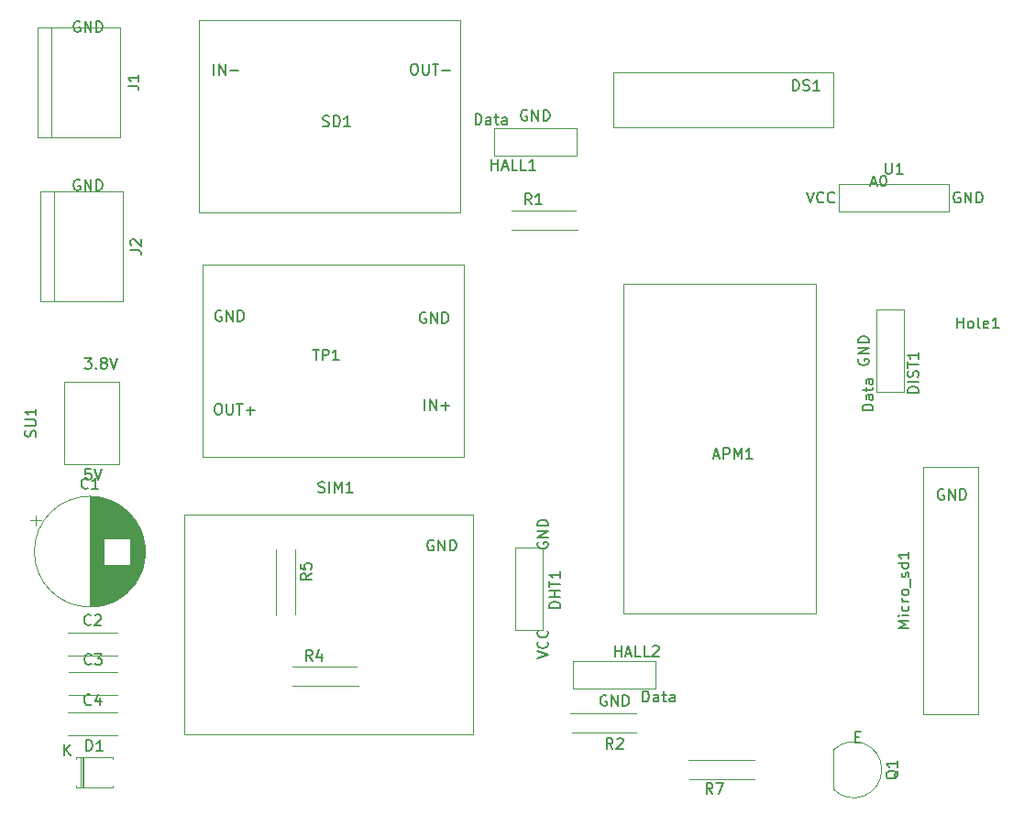
<source format=gbr>
G04 #@! TF.GenerationSoftware,KiCad,Pcbnew,(5.1.4)-1*
G04 #@! TF.CreationDate,2020-02-13T11:16:56-05:00*
G04 #@! TF.ProjectId,DoubLayerSim,446f7562-4c61-4796-9572-53696d2e6b69,rev?*
G04 #@! TF.SameCoordinates,Original*
G04 #@! TF.FileFunction,Legend,Top*
G04 #@! TF.FilePolarity,Positive*
%FSLAX46Y46*%
G04 Gerber Fmt 4.6, Leading zero omitted, Abs format (unit mm)*
G04 Created by KiCad (PCBNEW (5.1.4)-1) date 2020-02-13 11:16:56*
%MOMM*%
%LPD*%
G04 APERTURE LIST*
%ADD10C,0.150000*%
%ADD11C,0.120000*%
G04 APERTURE END LIST*
D10*
X193181314Y-113314171D02*
X193514647Y-113314171D01*
X193657504Y-113837980D02*
X193181314Y-113837980D01*
X193181314Y-112837980D01*
X193657504Y-112837980D01*
X201295095Y-90432000D02*
X201199857Y-90384380D01*
X201057000Y-90384380D01*
X200914142Y-90432000D01*
X200818904Y-90527238D01*
X200771285Y-90622476D01*
X200723666Y-90812952D01*
X200723666Y-90955809D01*
X200771285Y-91146285D01*
X200818904Y-91241523D01*
X200914142Y-91336761D01*
X201057000Y-91384380D01*
X201152238Y-91384380D01*
X201295095Y-91336761D01*
X201342714Y-91289142D01*
X201342714Y-90955809D01*
X201152238Y-90955809D01*
X201771285Y-91384380D02*
X201771285Y-90384380D01*
X202342714Y-91384380D01*
X202342714Y-90384380D01*
X202818904Y-91384380D02*
X202818904Y-90384380D01*
X203057000Y-90384380D01*
X203199857Y-90432000D01*
X203295095Y-90527238D01*
X203342714Y-90622476D01*
X203390333Y-90812952D01*
X203390333Y-90955809D01*
X203342714Y-91146285D01*
X203295095Y-91241523D01*
X203199857Y-91336761D01*
X203057000Y-91384380D01*
X202818904Y-91384380D01*
X153390742Y-83103980D02*
X153390742Y-82103980D01*
X153866933Y-83103980D02*
X153866933Y-82103980D01*
X154438361Y-83103980D01*
X154438361Y-82103980D01*
X154914552Y-82723028D02*
X155676457Y-82723028D01*
X155295504Y-83103980D02*
X155295504Y-82342076D01*
X134220152Y-82510380D02*
X134410628Y-82510380D01*
X134505866Y-82558000D01*
X134601104Y-82653238D01*
X134648723Y-82843714D01*
X134648723Y-83177047D01*
X134601104Y-83367523D01*
X134505866Y-83462761D01*
X134410628Y-83510380D01*
X134220152Y-83510380D01*
X134124914Y-83462761D01*
X134029676Y-83367523D01*
X133982057Y-83177047D01*
X133982057Y-82843714D01*
X134029676Y-82653238D01*
X134124914Y-82558000D01*
X134220152Y-82510380D01*
X135077295Y-82510380D02*
X135077295Y-83319904D01*
X135124914Y-83415142D01*
X135172533Y-83462761D01*
X135267771Y-83510380D01*
X135458247Y-83510380D01*
X135553485Y-83462761D01*
X135601104Y-83415142D01*
X135648723Y-83319904D01*
X135648723Y-82510380D01*
X135982057Y-82510380D02*
X136553485Y-82510380D01*
X136267771Y-83510380D02*
X136267771Y-82510380D01*
X136886819Y-83129428D02*
X137648723Y-83129428D01*
X137267771Y-83510380D02*
X137267771Y-82748476D01*
X154178095Y-95156400D02*
X154082857Y-95108780D01*
X153940000Y-95108780D01*
X153797142Y-95156400D01*
X153701904Y-95251638D01*
X153654285Y-95346876D01*
X153606666Y-95537352D01*
X153606666Y-95680209D01*
X153654285Y-95870685D01*
X153701904Y-95965923D01*
X153797142Y-96061161D01*
X153940000Y-96108780D01*
X154035238Y-96108780D01*
X154178095Y-96061161D01*
X154225714Y-96013542D01*
X154225714Y-95680209D01*
X154035238Y-95680209D01*
X154654285Y-96108780D02*
X154654285Y-95108780D01*
X155225714Y-96108780D01*
X155225714Y-95108780D01*
X155701904Y-96108780D02*
X155701904Y-95108780D01*
X155940000Y-95108780D01*
X156082857Y-95156400D01*
X156178095Y-95251638D01*
X156225714Y-95346876D01*
X156273333Y-95537352D01*
X156273333Y-95680209D01*
X156225714Y-95870685D01*
X156178095Y-95965923D01*
X156082857Y-96061161D01*
X155940000Y-96108780D01*
X155701904Y-96108780D01*
X121967809Y-78281780D02*
X122586857Y-78281780D01*
X122253523Y-78662733D01*
X122396380Y-78662733D01*
X122491619Y-78710352D01*
X122539238Y-78757971D01*
X122586857Y-78853209D01*
X122586857Y-79091304D01*
X122539238Y-79186542D01*
X122491619Y-79234161D01*
X122396380Y-79281780D01*
X122110666Y-79281780D01*
X122015428Y-79234161D01*
X121967809Y-79186542D01*
X123015428Y-79186542D02*
X123063047Y-79234161D01*
X123015428Y-79281780D01*
X122967809Y-79234161D01*
X123015428Y-79186542D01*
X123015428Y-79281780D01*
X123634476Y-78710352D02*
X123539238Y-78662733D01*
X123491619Y-78615114D01*
X123444000Y-78519876D01*
X123444000Y-78472257D01*
X123491619Y-78377019D01*
X123539238Y-78329400D01*
X123634476Y-78281780D01*
X123824952Y-78281780D01*
X123920190Y-78329400D01*
X123967809Y-78377019D01*
X124015428Y-78472257D01*
X124015428Y-78519876D01*
X123967809Y-78615114D01*
X123920190Y-78662733D01*
X123824952Y-78710352D01*
X123634476Y-78710352D01*
X123539238Y-78757971D01*
X123491619Y-78805590D01*
X123444000Y-78900828D01*
X123444000Y-79091304D01*
X123491619Y-79186542D01*
X123539238Y-79234161D01*
X123634476Y-79281780D01*
X123824952Y-79281780D01*
X123920190Y-79234161D01*
X123967809Y-79186542D01*
X124015428Y-79091304D01*
X124015428Y-78900828D01*
X123967809Y-78805590D01*
X123920190Y-78757971D01*
X123824952Y-78710352D01*
X124301142Y-78281780D02*
X124634476Y-79281780D01*
X124967809Y-78281780D01*
X122542323Y-88555580D02*
X122066133Y-88555580D01*
X122018514Y-89031771D01*
X122066133Y-88984152D01*
X122161371Y-88936533D01*
X122399466Y-88936533D01*
X122494704Y-88984152D01*
X122542323Y-89031771D01*
X122589942Y-89127009D01*
X122589942Y-89365104D01*
X122542323Y-89460342D01*
X122494704Y-89507961D01*
X122399466Y-89555580D01*
X122161371Y-89555580D01*
X122066133Y-89507961D01*
X122018514Y-89460342D01*
X122875657Y-88555580D02*
X123208990Y-89555580D01*
X123542323Y-88555580D01*
X153466895Y-74099800D02*
X153371657Y-74052180D01*
X153228800Y-74052180D01*
X153085942Y-74099800D01*
X152990704Y-74195038D01*
X152943085Y-74290276D01*
X152895466Y-74480752D01*
X152895466Y-74623609D01*
X152943085Y-74814085D01*
X152990704Y-74909323D01*
X153085942Y-75004561D01*
X153228800Y-75052180D01*
X153324038Y-75052180D01*
X153466895Y-75004561D01*
X153514514Y-74956942D01*
X153514514Y-74623609D01*
X153324038Y-74623609D01*
X153943085Y-75052180D02*
X153943085Y-74052180D01*
X154514514Y-75052180D01*
X154514514Y-74052180D01*
X154990704Y-75052180D02*
X154990704Y-74052180D01*
X155228800Y-74052180D01*
X155371657Y-74099800D01*
X155466895Y-74195038D01*
X155514514Y-74290276D01*
X155562133Y-74480752D01*
X155562133Y-74623609D01*
X155514514Y-74814085D01*
X155466895Y-74909323D01*
X155371657Y-75004561D01*
X155228800Y-75052180D01*
X154990704Y-75052180D01*
X134594695Y-73922000D02*
X134499457Y-73874380D01*
X134356600Y-73874380D01*
X134213742Y-73922000D01*
X134118504Y-74017238D01*
X134070885Y-74112476D01*
X134023266Y-74302952D01*
X134023266Y-74445809D01*
X134070885Y-74636285D01*
X134118504Y-74731523D01*
X134213742Y-74826761D01*
X134356600Y-74874380D01*
X134451838Y-74874380D01*
X134594695Y-74826761D01*
X134642314Y-74779142D01*
X134642314Y-74445809D01*
X134451838Y-74445809D01*
X135070885Y-74874380D02*
X135070885Y-73874380D01*
X135642314Y-74874380D01*
X135642314Y-73874380D01*
X136118504Y-74874380D02*
X136118504Y-73874380D01*
X136356600Y-73874380D01*
X136499457Y-73922000D01*
X136594695Y-74017238D01*
X136642314Y-74112476D01*
X136689933Y-74302952D01*
X136689933Y-74445809D01*
X136642314Y-74636285D01*
X136594695Y-74731523D01*
X136499457Y-74826761D01*
X136356600Y-74874380D01*
X136118504Y-74874380D01*
X152330352Y-51090580D02*
X152520828Y-51090580D01*
X152616066Y-51138200D01*
X152711304Y-51233438D01*
X152758923Y-51423914D01*
X152758923Y-51757247D01*
X152711304Y-51947723D01*
X152616066Y-52042961D01*
X152520828Y-52090580D01*
X152330352Y-52090580D01*
X152235114Y-52042961D01*
X152139876Y-51947723D01*
X152092257Y-51757247D01*
X152092257Y-51423914D01*
X152139876Y-51233438D01*
X152235114Y-51138200D01*
X152330352Y-51090580D01*
X153187495Y-51090580D02*
X153187495Y-51900104D01*
X153235114Y-51995342D01*
X153282733Y-52042961D01*
X153377971Y-52090580D01*
X153568447Y-52090580D01*
X153663685Y-52042961D01*
X153711304Y-51995342D01*
X153758923Y-51900104D01*
X153758923Y-51090580D01*
X154092257Y-51090580D02*
X154663685Y-51090580D01*
X154377971Y-52090580D02*
X154377971Y-51090580D01*
X154997019Y-51709628D02*
X155758923Y-51709628D01*
X133908942Y-52090580D02*
X133908942Y-51090580D01*
X134385133Y-52090580D02*
X134385133Y-51090580D01*
X134956561Y-52090580D01*
X134956561Y-51090580D01*
X135432752Y-51709628D02*
X136194657Y-51709628D01*
X121513695Y-47201200D02*
X121418457Y-47153580D01*
X121275600Y-47153580D01*
X121132742Y-47201200D01*
X121037504Y-47296438D01*
X120989885Y-47391676D01*
X120942266Y-47582152D01*
X120942266Y-47725009D01*
X120989885Y-47915485D01*
X121037504Y-48010723D01*
X121132742Y-48105961D01*
X121275600Y-48153580D01*
X121370838Y-48153580D01*
X121513695Y-48105961D01*
X121561314Y-48058342D01*
X121561314Y-47725009D01*
X121370838Y-47725009D01*
X121989885Y-48153580D02*
X121989885Y-47153580D01*
X122561314Y-48153580D01*
X122561314Y-47153580D01*
X123037504Y-48153580D02*
X123037504Y-47153580D01*
X123275600Y-47153580D01*
X123418457Y-47201200D01*
X123513695Y-47296438D01*
X123561314Y-47391676D01*
X123608933Y-47582152D01*
X123608933Y-47725009D01*
X123561314Y-47915485D01*
X123513695Y-48010723D01*
X123418457Y-48105961D01*
X123275600Y-48153580D01*
X123037504Y-48153580D01*
X121513695Y-61831600D02*
X121418457Y-61783980D01*
X121275600Y-61783980D01*
X121132742Y-61831600D01*
X121037504Y-61926838D01*
X120989885Y-62022076D01*
X120942266Y-62212552D01*
X120942266Y-62355409D01*
X120989885Y-62545885D01*
X121037504Y-62641123D01*
X121132742Y-62736361D01*
X121275600Y-62783980D01*
X121370838Y-62783980D01*
X121513695Y-62736361D01*
X121561314Y-62688742D01*
X121561314Y-62355409D01*
X121370838Y-62355409D01*
X121989885Y-62783980D02*
X121989885Y-61783980D01*
X122561314Y-62783980D01*
X122561314Y-61783980D01*
X123037504Y-62783980D02*
X123037504Y-61783980D01*
X123275600Y-61783980D01*
X123418457Y-61831600D01*
X123513695Y-61926838D01*
X123561314Y-62022076D01*
X123608933Y-62212552D01*
X123608933Y-62355409D01*
X123561314Y-62545885D01*
X123513695Y-62641123D01*
X123418457Y-62736361D01*
X123275600Y-62783980D01*
X123037504Y-62783980D01*
D11*
X161366200Y-66446400D02*
X167462200Y-66446400D01*
X161366200Y-64668400D02*
X167335200Y-64668400D01*
X139649200Y-96012000D02*
X139649200Y-102108000D01*
X141427200Y-96012000D02*
X141427200Y-101981000D01*
X141122400Y-108635800D02*
X147218400Y-108635800D01*
X141122400Y-106857800D02*
X147091400Y-106857800D01*
X172948600Y-111175800D02*
X166852600Y-111175800D01*
X172948600Y-112953800D02*
X166979600Y-112953800D01*
X171704000Y-101904800D02*
X171704000Y-71424800D01*
X189484000Y-101904800D02*
X171704000Y-101904800D01*
X189484000Y-71424800D02*
X189484000Y-101904800D01*
X171704000Y-71424800D02*
X189484000Y-71424800D01*
X164312600Y-103479600D02*
X161772600Y-103479600D01*
X164312600Y-95859600D02*
X164312600Y-103479600D01*
X161772600Y-95859600D02*
X164312600Y-95859600D01*
X161772600Y-103479600D02*
X161772600Y-95859600D01*
X197637400Y-73812400D02*
X197637400Y-81432400D01*
X195097400Y-81432400D02*
X195097400Y-73812400D01*
X197637400Y-81432400D02*
X195097400Y-81432400D01*
X195097400Y-73812400D02*
X197637400Y-73812400D01*
X170815000Y-56921400D02*
X170815000Y-51841400D01*
X191135000Y-56921400D02*
X170815000Y-56921400D01*
X191135000Y-51841400D02*
X191135000Y-56921400D01*
X170815000Y-51841400D02*
X191135000Y-51841400D01*
X167386000Y-57023000D02*
X167386000Y-59563000D01*
X159766000Y-59563000D02*
X159766000Y-57023000D01*
X159766000Y-57023000D02*
X167386000Y-57023000D01*
X167386000Y-59563000D02*
X159766000Y-59563000D01*
X167106600Y-106324400D02*
X174726600Y-106324400D01*
X174726600Y-108864400D02*
X167106600Y-108864400D01*
X174726600Y-106324400D02*
X174726600Y-108864400D01*
X167106600Y-108864400D02*
X167106600Y-106324400D01*
X118897400Y-57886600D02*
X118897400Y-47726600D01*
X117627400Y-57886600D02*
X125247400Y-57886600D01*
X125247400Y-57886600D02*
X125247400Y-47726600D01*
X125247400Y-47726600D02*
X117627400Y-47726600D01*
X117627400Y-47726600D02*
X117627400Y-57886600D01*
X117856000Y-62890400D02*
X117856000Y-73050400D01*
X125476000Y-62890400D02*
X117856000Y-62890400D01*
X125476000Y-73050400D02*
X125476000Y-62890400D01*
X117856000Y-73050400D02*
X125476000Y-73050400D01*
X119126000Y-73050400D02*
X119126000Y-62890400D01*
X199415400Y-88341200D02*
X204495400Y-88341200D01*
X199415400Y-111201200D02*
X199415400Y-88341200D01*
X204495400Y-111201200D02*
X199415400Y-111201200D01*
X204495400Y-88341200D02*
X204495400Y-111201200D01*
X132537200Y-47040800D02*
X156667200Y-47040800D01*
X156667200Y-47040800D02*
X156667200Y-64820800D01*
X156667200Y-64820800D02*
X132537200Y-64820800D01*
X132537200Y-64820800D02*
X132537200Y-47040800D01*
X157835600Y-92811600D02*
X157835600Y-113131600D01*
X131165600Y-92811600D02*
X157835600Y-92811600D01*
X131165600Y-113131600D02*
X131165600Y-92811600D01*
X157835600Y-113131600D02*
X131165600Y-113131600D01*
X120065800Y-80467200D02*
X125145800Y-80467200D01*
X120065800Y-88087200D02*
X120065800Y-80467200D01*
X125145800Y-88087200D02*
X120065800Y-88087200D01*
X125145800Y-80467200D02*
X125145800Y-88087200D01*
X156997400Y-69646800D02*
X156997400Y-87426800D01*
X132867400Y-69646800D02*
X156997400Y-69646800D01*
X132867400Y-87426800D02*
X132867400Y-69646800D01*
X156997400Y-87426800D02*
X132867400Y-87426800D01*
X127558800Y-96189800D02*
G75*
G03X127558800Y-96189800I-5120000J0D01*
G01*
X122438800Y-91109800D02*
X122438800Y-101269800D01*
X122478800Y-91109800D02*
X122478800Y-101269800D01*
X122518800Y-91109800D02*
X122518800Y-101269800D01*
X122558800Y-91110800D02*
X122558800Y-101268800D01*
X122598800Y-91111800D02*
X122598800Y-101267800D01*
X122638800Y-91112800D02*
X122638800Y-101266800D01*
X122678800Y-91114800D02*
X122678800Y-101264800D01*
X122718800Y-91116800D02*
X122718800Y-101262800D01*
X122758800Y-91119800D02*
X122758800Y-101259800D01*
X122798800Y-91121800D02*
X122798800Y-101257800D01*
X122838800Y-91124800D02*
X122838800Y-101254800D01*
X122878800Y-91127800D02*
X122878800Y-101251800D01*
X122918800Y-91131800D02*
X122918800Y-101247800D01*
X122958800Y-91135800D02*
X122958800Y-101243800D01*
X122998800Y-91139800D02*
X122998800Y-101239800D01*
X123038800Y-91144800D02*
X123038800Y-101234800D01*
X123078800Y-91149800D02*
X123078800Y-101229800D01*
X123118800Y-91154800D02*
X123118800Y-101224800D01*
X123159800Y-91159800D02*
X123159800Y-101219800D01*
X123199800Y-91165800D02*
X123199800Y-101213800D01*
X123239800Y-91171800D02*
X123239800Y-101207800D01*
X123279800Y-91178800D02*
X123279800Y-101200800D01*
X123319800Y-91185800D02*
X123319800Y-101193800D01*
X123359800Y-91192800D02*
X123359800Y-101186800D01*
X123399800Y-91199800D02*
X123399800Y-101179800D01*
X123439800Y-91207800D02*
X123439800Y-101171800D01*
X123479800Y-91215800D02*
X123479800Y-101163800D01*
X123519800Y-91224800D02*
X123519800Y-101154800D01*
X123559800Y-91233800D02*
X123559800Y-101145800D01*
X123599800Y-91242800D02*
X123599800Y-101136800D01*
X123639800Y-91251800D02*
X123639800Y-101127800D01*
X123679800Y-91261800D02*
X123679800Y-101117800D01*
X123719800Y-91271800D02*
X123719800Y-94948800D01*
X123719800Y-97430800D02*
X123719800Y-101107800D01*
X123759800Y-91282800D02*
X123759800Y-94948800D01*
X123759800Y-97430800D02*
X123759800Y-101096800D01*
X123799800Y-91292800D02*
X123799800Y-94948800D01*
X123799800Y-97430800D02*
X123799800Y-101086800D01*
X123839800Y-91304800D02*
X123839800Y-94948800D01*
X123839800Y-97430800D02*
X123839800Y-101074800D01*
X123879800Y-91315800D02*
X123879800Y-94948800D01*
X123879800Y-97430800D02*
X123879800Y-101063800D01*
X123919800Y-91327800D02*
X123919800Y-94948800D01*
X123919800Y-97430800D02*
X123919800Y-101051800D01*
X123959800Y-91339800D02*
X123959800Y-94948800D01*
X123959800Y-97430800D02*
X123959800Y-101039800D01*
X123999800Y-91352800D02*
X123999800Y-94948800D01*
X123999800Y-97430800D02*
X123999800Y-101026800D01*
X124039800Y-91365800D02*
X124039800Y-94948800D01*
X124039800Y-97430800D02*
X124039800Y-101013800D01*
X124079800Y-91378800D02*
X124079800Y-94948800D01*
X124079800Y-97430800D02*
X124079800Y-101000800D01*
X124119800Y-91392800D02*
X124119800Y-94948800D01*
X124119800Y-97430800D02*
X124119800Y-100986800D01*
X124159800Y-91406800D02*
X124159800Y-94948800D01*
X124159800Y-97430800D02*
X124159800Y-100972800D01*
X124199800Y-91421800D02*
X124199800Y-94948800D01*
X124199800Y-97430800D02*
X124199800Y-100957800D01*
X124239800Y-91435800D02*
X124239800Y-94948800D01*
X124239800Y-97430800D02*
X124239800Y-100943800D01*
X124279800Y-91451800D02*
X124279800Y-94948800D01*
X124279800Y-97430800D02*
X124279800Y-100927800D01*
X124319800Y-91466800D02*
X124319800Y-94948800D01*
X124319800Y-97430800D02*
X124319800Y-100912800D01*
X124359800Y-91482800D02*
X124359800Y-94948800D01*
X124359800Y-97430800D02*
X124359800Y-100896800D01*
X124399800Y-91499800D02*
X124399800Y-94948800D01*
X124399800Y-97430800D02*
X124399800Y-100879800D01*
X124439800Y-91515800D02*
X124439800Y-94948800D01*
X124439800Y-97430800D02*
X124439800Y-100863800D01*
X124479800Y-91532800D02*
X124479800Y-94948800D01*
X124479800Y-97430800D02*
X124479800Y-100846800D01*
X124519800Y-91550800D02*
X124519800Y-94948800D01*
X124519800Y-97430800D02*
X124519800Y-100828800D01*
X124559800Y-91568800D02*
X124559800Y-94948800D01*
X124559800Y-97430800D02*
X124559800Y-100810800D01*
X124599800Y-91586800D02*
X124599800Y-94948800D01*
X124599800Y-97430800D02*
X124599800Y-100792800D01*
X124639800Y-91605800D02*
X124639800Y-94948800D01*
X124639800Y-97430800D02*
X124639800Y-100773800D01*
X124679800Y-91625800D02*
X124679800Y-94948800D01*
X124679800Y-97430800D02*
X124679800Y-100753800D01*
X124719800Y-91644800D02*
X124719800Y-94948800D01*
X124719800Y-97430800D02*
X124719800Y-100734800D01*
X124759800Y-91664800D02*
X124759800Y-94948800D01*
X124759800Y-97430800D02*
X124759800Y-100714800D01*
X124799800Y-91685800D02*
X124799800Y-94948800D01*
X124799800Y-97430800D02*
X124799800Y-100693800D01*
X124839800Y-91706800D02*
X124839800Y-94948800D01*
X124839800Y-97430800D02*
X124839800Y-100672800D01*
X124879800Y-91727800D02*
X124879800Y-94948800D01*
X124879800Y-97430800D02*
X124879800Y-100651800D01*
X124919800Y-91749800D02*
X124919800Y-94948800D01*
X124919800Y-97430800D02*
X124919800Y-100629800D01*
X124959800Y-91772800D02*
X124959800Y-94948800D01*
X124959800Y-97430800D02*
X124959800Y-100606800D01*
X124999800Y-91794800D02*
X124999800Y-94948800D01*
X124999800Y-97430800D02*
X124999800Y-100584800D01*
X125039800Y-91818800D02*
X125039800Y-94948800D01*
X125039800Y-97430800D02*
X125039800Y-100560800D01*
X125079800Y-91842800D02*
X125079800Y-94948800D01*
X125079800Y-97430800D02*
X125079800Y-100536800D01*
X125119800Y-91866800D02*
X125119800Y-94948800D01*
X125119800Y-97430800D02*
X125119800Y-100512800D01*
X125159800Y-91891800D02*
X125159800Y-94948800D01*
X125159800Y-97430800D02*
X125159800Y-100487800D01*
X125199800Y-91916800D02*
X125199800Y-94948800D01*
X125199800Y-97430800D02*
X125199800Y-100462800D01*
X125239800Y-91942800D02*
X125239800Y-94948800D01*
X125239800Y-97430800D02*
X125239800Y-100436800D01*
X125279800Y-91968800D02*
X125279800Y-94948800D01*
X125279800Y-97430800D02*
X125279800Y-100410800D01*
X125319800Y-91995800D02*
X125319800Y-94948800D01*
X125319800Y-97430800D02*
X125319800Y-100383800D01*
X125359800Y-92023800D02*
X125359800Y-94948800D01*
X125359800Y-97430800D02*
X125359800Y-100355800D01*
X125399800Y-92051800D02*
X125399800Y-94948800D01*
X125399800Y-97430800D02*
X125399800Y-100327800D01*
X125439800Y-92079800D02*
X125439800Y-94948800D01*
X125439800Y-97430800D02*
X125439800Y-100299800D01*
X125479800Y-92109800D02*
X125479800Y-94948800D01*
X125479800Y-97430800D02*
X125479800Y-100269800D01*
X125519800Y-92139800D02*
X125519800Y-94948800D01*
X125519800Y-97430800D02*
X125519800Y-100239800D01*
X125559800Y-92169800D02*
X125559800Y-94948800D01*
X125559800Y-97430800D02*
X125559800Y-100209800D01*
X125599800Y-92200800D02*
X125599800Y-94948800D01*
X125599800Y-97430800D02*
X125599800Y-100178800D01*
X125639800Y-92232800D02*
X125639800Y-94948800D01*
X125639800Y-97430800D02*
X125639800Y-100146800D01*
X125679800Y-92264800D02*
X125679800Y-94948800D01*
X125679800Y-97430800D02*
X125679800Y-100114800D01*
X125719800Y-92297800D02*
X125719800Y-94948800D01*
X125719800Y-97430800D02*
X125719800Y-100081800D01*
X125759800Y-92331800D02*
X125759800Y-94948800D01*
X125759800Y-97430800D02*
X125759800Y-100047800D01*
X125799800Y-92365800D02*
X125799800Y-94948800D01*
X125799800Y-97430800D02*
X125799800Y-100013800D01*
X125839800Y-92400800D02*
X125839800Y-94948800D01*
X125839800Y-97430800D02*
X125839800Y-99978800D01*
X125879800Y-92436800D02*
X125879800Y-94948800D01*
X125879800Y-97430800D02*
X125879800Y-99942800D01*
X125919800Y-92473800D02*
X125919800Y-94948800D01*
X125919800Y-97430800D02*
X125919800Y-99905800D01*
X125959800Y-92510800D02*
X125959800Y-94948800D01*
X125959800Y-97430800D02*
X125959800Y-99868800D01*
X125999800Y-92549800D02*
X125999800Y-94948800D01*
X125999800Y-97430800D02*
X125999800Y-99829800D01*
X126039800Y-92588800D02*
X126039800Y-94948800D01*
X126039800Y-97430800D02*
X126039800Y-99790800D01*
X126079800Y-92628800D02*
X126079800Y-94948800D01*
X126079800Y-97430800D02*
X126079800Y-99750800D01*
X126119800Y-92669800D02*
X126119800Y-94948800D01*
X126119800Y-97430800D02*
X126119800Y-99709800D01*
X126159800Y-92711800D02*
X126159800Y-94948800D01*
X126159800Y-97430800D02*
X126159800Y-99667800D01*
X126199800Y-92753800D02*
X126199800Y-99625800D01*
X126239800Y-92797800D02*
X126239800Y-99581800D01*
X126279800Y-92842800D02*
X126279800Y-99536800D01*
X126319800Y-92888800D02*
X126319800Y-99490800D01*
X126359800Y-92935800D02*
X126359800Y-99443800D01*
X126399800Y-92983800D02*
X126399800Y-99395800D01*
X126439800Y-93033800D02*
X126439800Y-99345800D01*
X126479800Y-93083800D02*
X126479800Y-99295800D01*
X126519800Y-93135800D02*
X126519800Y-99243800D01*
X126559800Y-93189800D02*
X126559800Y-99189800D01*
X126599800Y-93244800D02*
X126599800Y-99134800D01*
X126639800Y-93300800D02*
X126639800Y-99078800D01*
X126679800Y-93359800D02*
X126679800Y-99019800D01*
X126719800Y-93419800D02*
X126719800Y-98959800D01*
X126759800Y-93480800D02*
X126759800Y-98898800D01*
X126799800Y-93544800D02*
X126799800Y-98834800D01*
X126839800Y-93610800D02*
X126839800Y-98768800D01*
X126879800Y-93679800D02*
X126879800Y-98699800D01*
X126919800Y-93750800D02*
X126919800Y-98628800D01*
X126959800Y-93824800D02*
X126959800Y-98554800D01*
X126999800Y-93900800D02*
X126999800Y-98478800D01*
X127039800Y-93980800D02*
X127039800Y-98398800D01*
X127079800Y-94064800D02*
X127079800Y-98314800D01*
X127119800Y-94152800D02*
X127119800Y-98226800D01*
X127159800Y-94245800D02*
X127159800Y-98133800D01*
X127199800Y-94343800D02*
X127199800Y-98035800D01*
X127239800Y-94447800D02*
X127239800Y-97931800D01*
X127279800Y-94559800D02*
X127279800Y-97819800D01*
X127319800Y-94679800D02*
X127319800Y-97699800D01*
X127359800Y-94811800D02*
X127359800Y-97567800D01*
X127399800Y-94959800D02*
X127399800Y-97419800D01*
X127439800Y-95127800D02*
X127439800Y-97251800D01*
X127479800Y-95327800D02*
X127479800Y-97051800D01*
X127519800Y-95590800D02*
X127519800Y-96788800D01*
X116959154Y-93314800D02*
X117959154Y-93314800D01*
X117459154Y-92814800D02*
X117459154Y-93814800D01*
X120448200Y-103679600D02*
X124988200Y-103679600D01*
X120448200Y-105819600D02*
X124988200Y-105819600D01*
X120448200Y-103679600D02*
X120448200Y-103694600D01*
X120448200Y-105804600D02*
X120448200Y-105819600D01*
X124988200Y-103679600D02*
X124988200Y-103694600D01*
X124988200Y-105804600D02*
X124988200Y-105819600D01*
X125013600Y-109462200D02*
X125013600Y-109477200D01*
X125013600Y-107337200D02*
X125013600Y-107352200D01*
X120473600Y-109462200D02*
X120473600Y-109477200D01*
X120473600Y-107337200D02*
X120473600Y-107352200D01*
X120473600Y-109477200D02*
X125013600Y-109477200D01*
X120473600Y-107337200D02*
X125013600Y-107337200D01*
X120448200Y-111071000D02*
X124988200Y-111071000D01*
X120448200Y-113211000D02*
X124988200Y-113211000D01*
X120448200Y-111071000D02*
X120448200Y-111086000D01*
X120448200Y-113196000D02*
X120448200Y-113211000D01*
X124988200Y-111071000D02*
X124988200Y-111086000D01*
X124988200Y-113196000D02*
X124988200Y-113211000D01*
X121139800Y-115346000D02*
X121139800Y-115166000D01*
X121139800Y-115166000D02*
X124579800Y-115166000D01*
X124579800Y-115166000D02*
X124579800Y-115346000D01*
X121139800Y-117826000D02*
X121139800Y-118006000D01*
X121139800Y-118006000D02*
X124579800Y-118006000D01*
X124579800Y-118006000D02*
X124579800Y-117826000D01*
X121739800Y-115166000D02*
X121739800Y-118006000D01*
X121859800Y-115166000D02*
X121859800Y-118006000D01*
X121619800Y-115166000D02*
X121619800Y-118006000D01*
X191617600Y-62204600D02*
X201777600Y-62204600D01*
X191617600Y-64744600D02*
X191617600Y-62204600D01*
X201777600Y-64744600D02*
X191617600Y-64744600D01*
X201777600Y-64744600D02*
X201777600Y-62204600D01*
X191139200Y-114557400D02*
X191139200Y-118157400D01*
X191150722Y-114518922D02*
G75*
G02X195589200Y-116357400I1838478J-1838478D01*
G01*
X191150722Y-118195878D02*
G75*
G03X195589200Y-116357400I1838478J1838478D01*
G01*
X183819800Y-117246400D02*
X177850800Y-117246400D01*
X183819800Y-115468400D02*
X177723800Y-115468400D01*
D10*
X202539838Y-75534780D02*
X202539838Y-74534780D01*
X202539838Y-75010971D02*
X203111266Y-75010971D01*
X203111266Y-75534780D02*
X203111266Y-74534780D01*
X203730314Y-75534780D02*
X203635076Y-75487161D01*
X203587457Y-75439542D01*
X203539838Y-75344304D01*
X203539838Y-75058590D01*
X203587457Y-74963352D01*
X203635076Y-74915733D01*
X203730314Y-74868114D01*
X203873171Y-74868114D01*
X203968409Y-74915733D01*
X204016028Y-74963352D01*
X204063647Y-75058590D01*
X204063647Y-75344304D01*
X204016028Y-75439542D01*
X203968409Y-75487161D01*
X203873171Y-75534780D01*
X203730314Y-75534780D01*
X204635076Y-75534780D02*
X204539838Y-75487161D01*
X204492219Y-75391923D01*
X204492219Y-74534780D01*
X205396980Y-75487161D02*
X205301742Y-75534780D01*
X205111266Y-75534780D01*
X205016028Y-75487161D01*
X204968409Y-75391923D01*
X204968409Y-75010971D01*
X205016028Y-74915733D01*
X205111266Y-74868114D01*
X205301742Y-74868114D01*
X205396980Y-74915733D01*
X205444600Y-75010971D01*
X205444600Y-75106209D01*
X204968409Y-75201447D01*
X206396980Y-75534780D02*
X205825552Y-75534780D01*
X206111266Y-75534780D02*
X206111266Y-74534780D01*
X206016028Y-74677638D01*
X205920790Y-74772876D01*
X205825552Y-74820495D01*
X163231533Y-64089780D02*
X162898200Y-63613590D01*
X162660104Y-64089780D02*
X162660104Y-63089780D01*
X163041057Y-63089780D01*
X163136295Y-63137400D01*
X163183914Y-63185019D01*
X163231533Y-63280257D01*
X163231533Y-63423114D01*
X163183914Y-63518352D01*
X163136295Y-63565971D01*
X163041057Y-63613590D01*
X162660104Y-63613590D01*
X164183914Y-64089780D02*
X163612485Y-64089780D01*
X163898200Y-64089780D02*
X163898200Y-63089780D01*
X163802961Y-63232638D01*
X163707723Y-63327876D01*
X163612485Y-63375495D01*
X142910580Y-98210666D02*
X142434390Y-98544000D01*
X142910580Y-98782095D02*
X141910580Y-98782095D01*
X141910580Y-98401142D01*
X141958200Y-98305904D01*
X142005819Y-98258285D01*
X142101057Y-98210666D01*
X142243914Y-98210666D01*
X142339152Y-98258285D01*
X142386771Y-98305904D01*
X142434390Y-98401142D01*
X142434390Y-98782095D01*
X141910580Y-97305904D02*
X141910580Y-97782095D01*
X142386771Y-97829714D01*
X142339152Y-97782095D01*
X142291533Y-97686857D01*
X142291533Y-97448761D01*
X142339152Y-97353523D01*
X142386771Y-97305904D01*
X142482009Y-97258285D01*
X142720104Y-97258285D01*
X142815342Y-97305904D01*
X142862961Y-97353523D01*
X142910580Y-97448761D01*
X142910580Y-97686857D01*
X142862961Y-97782095D01*
X142815342Y-97829714D01*
X142987733Y-106279180D02*
X142654400Y-105802990D01*
X142416304Y-106279180D02*
X142416304Y-105279180D01*
X142797257Y-105279180D01*
X142892495Y-105326800D01*
X142940114Y-105374419D01*
X142987733Y-105469657D01*
X142987733Y-105612514D01*
X142940114Y-105707752D01*
X142892495Y-105755371D01*
X142797257Y-105802990D01*
X142416304Y-105802990D01*
X143844876Y-105612514D02*
X143844876Y-106279180D01*
X143606780Y-105231561D02*
X143368685Y-105945847D01*
X143987733Y-105945847D01*
X170749933Y-114437180D02*
X170416600Y-113960990D01*
X170178504Y-114437180D02*
X170178504Y-113437180D01*
X170559457Y-113437180D01*
X170654695Y-113484800D01*
X170702314Y-113532419D01*
X170749933Y-113627657D01*
X170749933Y-113770514D01*
X170702314Y-113865752D01*
X170654695Y-113913371D01*
X170559457Y-113960990D01*
X170178504Y-113960990D01*
X171130885Y-113532419D02*
X171178504Y-113484800D01*
X171273742Y-113437180D01*
X171511838Y-113437180D01*
X171607076Y-113484800D01*
X171654695Y-113532419D01*
X171702314Y-113627657D01*
X171702314Y-113722895D01*
X171654695Y-113865752D01*
X171083266Y-114437180D01*
X171702314Y-114437180D01*
X180078285Y-87331466D02*
X180554476Y-87331466D01*
X179983047Y-87617180D02*
X180316380Y-86617180D01*
X180649714Y-87617180D01*
X180983047Y-87617180D02*
X180983047Y-86617180D01*
X181364000Y-86617180D01*
X181459238Y-86664800D01*
X181506857Y-86712419D01*
X181554476Y-86807657D01*
X181554476Y-86950514D01*
X181506857Y-87045752D01*
X181459238Y-87093371D01*
X181364000Y-87140990D01*
X180983047Y-87140990D01*
X181983047Y-87617180D02*
X181983047Y-86617180D01*
X182316380Y-87331466D01*
X182649714Y-86617180D01*
X182649714Y-87617180D01*
X183649714Y-87617180D02*
X183078285Y-87617180D01*
X183364000Y-87617180D02*
X183364000Y-86617180D01*
X183268761Y-86760038D01*
X183173523Y-86855276D01*
X183078285Y-86902895D01*
X165893979Y-101390858D02*
X164893979Y-101390858D01*
X164893979Y-101152762D01*
X164941599Y-101009905D01*
X165036837Y-100914667D01*
X165132075Y-100867048D01*
X165322551Y-100819429D01*
X165465408Y-100819429D01*
X165655884Y-100867048D01*
X165751122Y-100914667D01*
X165846360Y-101009905D01*
X165893979Y-101152762D01*
X165893979Y-101390858D01*
X165893979Y-100390858D02*
X164893979Y-100390858D01*
X165370170Y-100390858D02*
X165370170Y-99819429D01*
X165893979Y-99819429D02*
X164893979Y-99819429D01*
X164893979Y-99486096D02*
X164893979Y-98914667D01*
X165893979Y-99200381D02*
X164893979Y-99200381D01*
X165893979Y-98057524D02*
X165893979Y-98628953D01*
X165893979Y-98343239D02*
X164893979Y-98343239D01*
X165036837Y-98438477D01*
X165132075Y-98533715D01*
X165179694Y-98628953D01*
X163764980Y-106082933D02*
X164764980Y-105749600D01*
X163764980Y-105416266D01*
X164669742Y-104511504D02*
X164717361Y-104559123D01*
X164764980Y-104701980D01*
X164764980Y-104797219D01*
X164717361Y-104940076D01*
X164622123Y-105035314D01*
X164526885Y-105082933D01*
X164336409Y-105130552D01*
X164193552Y-105130552D01*
X164003076Y-105082933D01*
X163907838Y-105035314D01*
X163812600Y-104940076D01*
X163764980Y-104797219D01*
X163764980Y-104701980D01*
X163812600Y-104559123D01*
X163860219Y-104511504D01*
X164669742Y-103511504D02*
X164717361Y-103559123D01*
X164764980Y-103701980D01*
X164764980Y-103797219D01*
X164717361Y-103940076D01*
X164622123Y-104035314D01*
X164526885Y-104082933D01*
X164336409Y-104130552D01*
X164193552Y-104130552D01*
X164003076Y-104082933D01*
X163907838Y-104035314D01*
X163812600Y-103940076D01*
X163764980Y-103797219D01*
X163764980Y-103701980D01*
X163812600Y-103559123D01*
X163860219Y-103511504D01*
X163812600Y-95351504D02*
X163764980Y-95446742D01*
X163764980Y-95589600D01*
X163812600Y-95732457D01*
X163907838Y-95827695D01*
X164003076Y-95875314D01*
X164193552Y-95922933D01*
X164336409Y-95922933D01*
X164526885Y-95875314D01*
X164622123Y-95827695D01*
X164717361Y-95732457D01*
X164764980Y-95589600D01*
X164764980Y-95494361D01*
X164717361Y-95351504D01*
X164669742Y-95303885D01*
X164336409Y-95303885D01*
X164336409Y-95494361D01*
X164764980Y-94875314D02*
X163764980Y-94875314D01*
X164764980Y-94303885D01*
X163764980Y-94303885D01*
X164764980Y-93827695D02*
X163764980Y-93827695D01*
X163764980Y-93589600D01*
X163812600Y-93446742D01*
X163907838Y-93351504D01*
X164003076Y-93303885D01*
X164193552Y-93256266D01*
X164336409Y-93256266D01*
X164526885Y-93303885D01*
X164622123Y-93351504D01*
X164717361Y-93446742D01*
X164764980Y-93589600D01*
X164764980Y-93827695D01*
X198978780Y-81487733D02*
X197978780Y-81487733D01*
X197978780Y-81249638D01*
X198026400Y-81106780D01*
X198121638Y-81011542D01*
X198216876Y-80963923D01*
X198407352Y-80916304D01*
X198550209Y-80916304D01*
X198740685Y-80963923D01*
X198835923Y-81011542D01*
X198931161Y-81106780D01*
X198978780Y-81249638D01*
X198978780Y-81487733D01*
X198978780Y-80487733D02*
X197978780Y-80487733D01*
X198931161Y-80059161D02*
X198978780Y-79916304D01*
X198978780Y-79678209D01*
X198931161Y-79582971D01*
X198883542Y-79535352D01*
X198788304Y-79487733D01*
X198693066Y-79487733D01*
X198597828Y-79535352D01*
X198550209Y-79582971D01*
X198502590Y-79678209D01*
X198454971Y-79868685D01*
X198407352Y-79963923D01*
X198359733Y-80011542D01*
X198264495Y-80059161D01*
X198169257Y-80059161D01*
X198074019Y-80011542D01*
X198026400Y-79963923D01*
X197978780Y-79868685D01*
X197978780Y-79630590D01*
X198026400Y-79487733D01*
X197978780Y-79202019D02*
X197978780Y-78630590D01*
X198978780Y-78916304D02*
X197978780Y-78916304D01*
X198978780Y-77773447D02*
X198978780Y-78344876D01*
X198978780Y-78059161D02*
X197978780Y-78059161D01*
X198121638Y-78154400D01*
X198216876Y-78249638D01*
X198264495Y-78344876D01*
X194787780Y-83138780D02*
X193787780Y-83138780D01*
X193787780Y-82900685D01*
X193835400Y-82757828D01*
X193930638Y-82662590D01*
X194025876Y-82614971D01*
X194216352Y-82567352D01*
X194359209Y-82567352D01*
X194549685Y-82614971D01*
X194644923Y-82662590D01*
X194740161Y-82757828D01*
X194787780Y-82900685D01*
X194787780Y-83138780D01*
X194787780Y-81710209D02*
X194263971Y-81710209D01*
X194168733Y-81757828D01*
X194121114Y-81853066D01*
X194121114Y-82043542D01*
X194168733Y-82138780D01*
X194740161Y-81710209D02*
X194787780Y-81805447D01*
X194787780Y-82043542D01*
X194740161Y-82138780D01*
X194644923Y-82186400D01*
X194549685Y-82186400D01*
X194454447Y-82138780D01*
X194406828Y-82043542D01*
X194406828Y-81805447D01*
X194359209Y-81710209D01*
X194121114Y-81376876D02*
X194121114Y-80995923D01*
X193787780Y-81234019D02*
X194644923Y-81234019D01*
X194740161Y-81186400D01*
X194787780Y-81091161D01*
X194787780Y-80995923D01*
X194787780Y-80234019D02*
X194263971Y-80234019D01*
X194168733Y-80281638D01*
X194121114Y-80376876D01*
X194121114Y-80567352D01*
X194168733Y-80662590D01*
X194740161Y-80234019D02*
X194787780Y-80329257D01*
X194787780Y-80567352D01*
X194740161Y-80662590D01*
X194644923Y-80710209D01*
X194549685Y-80710209D01*
X194454447Y-80662590D01*
X194406828Y-80567352D01*
X194406828Y-80329257D01*
X194359209Y-80234019D01*
X193454400Y-78384304D02*
X193406780Y-78479542D01*
X193406780Y-78622400D01*
X193454400Y-78765257D01*
X193549638Y-78860495D01*
X193644876Y-78908114D01*
X193835352Y-78955733D01*
X193978209Y-78955733D01*
X194168685Y-78908114D01*
X194263923Y-78860495D01*
X194359161Y-78765257D01*
X194406780Y-78622400D01*
X194406780Y-78527161D01*
X194359161Y-78384304D01*
X194311542Y-78336685D01*
X193978209Y-78336685D01*
X193978209Y-78527161D01*
X194406780Y-77908114D02*
X193406780Y-77908114D01*
X194406780Y-77336685D01*
X193406780Y-77336685D01*
X194406780Y-76860495D02*
X193406780Y-76860495D01*
X193406780Y-76622400D01*
X193454400Y-76479542D01*
X193549638Y-76384304D01*
X193644876Y-76336685D01*
X193835352Y-76289066D01*
X193978209Y-76289066D01*
X194168685Y-76336685D01*
X194263923Y-76384304D01*
X194359161Y-76479542D01*
X194406780Y-76622400D01*
X194406780Y-76860495D01*
X187380714Y-53563780D02*
X187380714Y-52563780D01*
X187618809Y-52563780D01*
X187761666Y-52611400D01*
X187856904Y-52706638D01*
X187904523Y-52801876D01*
X187952142Y-52992352D01*
X187952142Y-53135209D01*
X187904523Y-53325685D01*
X187856904Y-53420923D01*
X187761666Y-53516161D01*
X187618809Y-53563780D01*
X187380714Y-53563780D01*
X188333095Y-53516161D02*
X188475952Y-53563780D01*
X188714047Y-53563780D01*
X188809285Y-53516161D01*
X188856904Y-53468542D01*
X188904523Y-53373304D01*
X188904523Y-53278066D01*
X188856904Y-53182828D01*
X188809285Y-53135209D01*
X188714047Y-53087590D01*
X188523571Y-53039971D01*
X188428333Y-52992352D01*
X188380714Y-52944733D01*
X188333095Y-52849495D01*
X188333095Y-52754257D01*
X188380714Y-52659019D01*
X188428333Y-52611400D01*
X188523571Y-52563780D01*
X188761666Y-52563780D01*
X188904523Y-52611400D01*
X189856904Y-53563780D02*
X189285476Y-53563780D01*
X189571190Y-53563780D02*
X189571190Y-52563780D01*
X189475952Y-52706638D01*
X189380714Y-52801876D01*
X189285476Y-52849495D01*
X159544000Y-60904380D02*
X159544000Y-59904380D01*
X159544000Y-60380571D02*
X160115428Y-60380571D01*
X160115428Y-60904380D02*
X160115428Y-59904380D01*
X160544000Y-60618666D02*
X161020190Y-60618666D01*
X160448761Y-60904380D02*
X160782095Y-59904380D01*
X161115428Y-60904380D01*
X161924952Y-60904380D02*
X161448761Y-60904380D01*
X161448761Y-59904380D01*
X162734476Y-60904380D02*
X162258285Y-60904380D01*
X162258285Y-59904380D01*
X163591619Y-60904380D02*
X163020190Y-60904380D01*
X163305904Y-60904380D02*
X163305904Y-59904380D01*
X163210666Y-60047238D01*
X163115428Y-60142476D01*
X163020190Y-60190095D01*
X162814095Y-55380000D02*
X162718857Y-55332380D01*
X162576000Y-55332380D01*
X162433142Y-55380000D01*
X162337904Y-55475238D01*
X162290285Y-55570476D01*
X162242666Y-55760952D01*
X162242666Y-55903809D01*
X162290285Y-56094285D01*
X162337904Y-56189523D01*
X162433142Y-56284761D01*
X162576000Y-56332380D01*
X162671238Y-56332380D01*
X162814095Y-56284761D01*
X162861714Y-56237142D01*
X162861714Y-55903809D01*
X162671238Y-55903809D01*
X163290285Y-56332380D02*
X163290285Y-55332380D01*
X163861714Y-56332380D01*
X163861714Y-55332380D01*
X164337904Y-56332380D02*
X164337904Y-55332380D01*
X164576000Y-55332380D01*
X164718857Y-55380000D01*
X164814095Y-55475238D01*
X164861714Y-55570476D01*
X164909333Y-55760952D01*
X164909333Y-55903809D01*
X164861714Y-56094285D01*
X164814095Y-56189523D01*
X164718857Y-56284761D01*
X164576000Y-56332380D01*
X164337904Y-56332380D01*
X158059619Y-56713380D02*
X158059619Y-55713380D01*
X158297714Y-55713380D01*
X158440571Y-55761000D01*
X158535809Y-55856238D01*
X158583428Y-55951476D01*
X158631047Y-56141952D01*
X158631047Y-56284809D01*
X158583428Y-56475285D01*
X158535809Y-56570523D01*
X158440571Y-56665761D01*
X158297714Y-56713380D01*
X158059619Y-56713380D01*
X159488190Y-56713380D02*
X159488190Y-56189571D01*
X159440571Y-56094333D01*
X159345333Y-56046714D01*
X159154857Y-56046714D01*
X159059619Y-56094333D01*
X159488190Y-56665761D02*
X159392952Y-56713380D01*
X159154857Y-56713380D01*
X159059619Y-56665761D01*
X159012000Y-56570523D01*
X159012000Y-56475285D01*
X159059619Y-56380047D01*
X159154857Y-56332428D01*
X159392952Y-56332428D01*
X159488190Y-56284809D01*
X159821523Y-56046714D02*
X160202476Y-56046714D01*
X159964380Y-55713380D02*
X159964380Y-56570523D01*
X160012000Y-56665761D01*
X160107238Y-56713380D01*
X160202476Y-56713380D01*
X160964380Y-56713380D02*
X160964380Y-56189571D01*
X160916761Y-56094333D01*
X160821523Y-56046714D01*
X160631047Y-56046714D01*
X160535809Y-56094333D01*
X160964380Y-56665761D02*
X160869142Y-56713380D01*
X160631047Y-56713380D01*
X160535809Y-56665761D01*
X160488190Y-56570523D01*
X160488190Y-56475285D01*
X160535809Y-56380047D01*
X160631047Y-56332428D01*
X160869142Y-56332428D01*
X160964380Y-56284809D01*
X170948600Y-105887780D02*
X170948600Y-104887780D01*
X170948600Y-105363971D02*
X171520028Y-105363971D01*
X171520028Y-105887780D02*
X171520028Y-104887780D01*
X171948600Y-105602066D02*
X172424790Y-105602066D01*
X171853361Y-105887780D02*
X172186695Y-104887780D01*
X172520028Y-105887780D01*
X173329552Y-105887780D02*
X172853361Y-105887780D01*
X172853361Y-104887780D01*
X174139076Y-105887780D02*
X173662885Y-105887780D01*
X173662885Y-104887780D01*
X174424790Y-104983019D02*
X174472409Y-104935400D01*
X174567647Y-104887780D01*
X174805742Y-104887780D01*
X174900980Y-104935400D01*
X174948600Y-104983019D01*
X174996219Y-105078257D01*
X174996219Y-105173495D01*
X174948600Y-105316352D01*
X174377171Y-105887780D01*
X174996219Y-105887780D01*
X173528219Y-110078780D02*
X173528219Y-109078780D01*
X173766314Y-109078780D01*
X173909171Y-109126400D01*
X174004409Y-109221638D01*
X174052028Y-109316876D01*
X174099647Y-109507352D01*
X174099647Y-109650209D01*
X174052028Y-109840685D01*
X174004409Y-109935923D01*
X173909171Y-110031161D01*
X173766314Y-110078780D01*
X173528219Y-110078780D01*
X174956790Y-110078780D02*
X174956790Y-109554971D01*
X174909171Y-109459733D01*
X174813933Y-109412114D01*
X174623457Y-109412114D01*
X174528219Y-109459733D01*
X174956790Y-110031161D02*
X174861552Y-110078780D01*
X174623457Y-110078780D01*
X174528219Y-110031161D01*
X174480600Y-109935923D01*
X174480600Y-109840685D01*
X174528219Y-109745447D01*
X174623457Y-109697828D01*
X174861552Y-109697828D01*
X174956790Y-109650209D01*
X175290123Y-109412114D02*
X175671076Y-109412114D01*
X175432980Y-109078780D02*
X175432980Y-109935923D01*
X175480600Y-110031161D01*
X175575838Y-110078780D01*
X175671076Y-110078780D01*
X176432980Y-110078780D02*
X176432980Y-109554971D01*
X176385361Y-109459733D01*
X176290123Y-109412114D01*
X176099647Y-109412114D01*
X176004409Y-109459733D01*
X176432980Y-110031161D02*
X176337742Y-110078780D01*
X176099647Y-110078780D01*
X176004409Y-110031161D01*
X175956790Y-109935923D01*
X175956790Y-109840685D01*
X176004409Y-109745447D01*
X176099647Y-109697828D01*
X176337742Y-109697828D01*
X176432980Y-109650209D01*
X170154695Y-109507400D02*
X170059457Y-109459780D01*
X169916600Y-109459780D01*
X169773742Y-109507400D01*
X169678504Y-109602638D01*
X169630885Y-109697876D01*
X169583266Y-109888352D01*
X169583266Y-110031209D01*
X169630885Y-110221685D01*
X169678504Y-110316923D01*
X169773742Y-110412161D01*
X169916600Y-110459780D01*
X170011838Y-110459780D01*
X170154695Y-110412161D01*
X170202314Y-110364542D01*
X170202314Y-110031209D01*
X170011838Y-110031209D01*
X170630885Y-110459780D02*
X170630885Y-109459780D01*
X171202314Y-110459780D01*
X171202314Y-109459780D01*
X171678504Y-110459780D02*
X171678504Y-109459780D01*
X171916600Y-109459780D01*
X172059457Y-109507400D01*
X172154695Y-109602638D01*
X172202314Y-109697876D01*
X172249933Y-109888352D01*
X172249933Y-110031209D01*
X172202314Y-110221685D01*
X172154695Y-110316923D01*
X172059457Y-110412161D01*
X171916600Y-110459780D01*
X171678504Y-110459780D01*
X125969780Y-53139933D02*
X126684066Y-53139933D01*
X126826923Y-53187552D01*
X126922161Y-53282790D01*
X126969780Y-53425647D01*
X126969780Y-53520885D01*
X126969780Y-52139933D02*
X126969780Y-52711361D01*
X126969780Y-52425647D02*
X125969780Y-52425647D01*
X126112638Y-52520885D01*
X126207876Y-52616123D01*
X126255495Y-52711361D01*
X126198380Y-68303733D02*
X126912666Y-68303733D01*
X127055523Y-68351352D01*
X127150761Y-68446590D01*
X127198380Y-68589447D01*
X127198380Y-68684685D01*
X126293619Y-67875161D02*
X126246000Y-67827542D01*
X126198380Y-67732304D01*
X126198380Y-67494209D01*
X126246000Y-67398971D01*
X126293619Y-67351352D01*
X126388857Y-67303733D01*
X126484095Y-67303733D01*
X126626952Y-67351352D01*
X127198380Y-67922780D01*
X127198380Y-67303733D01*
X198097780Y-103247390D02*
X197097780Y-103247390D01*
X197812066Y-102914057D01*
X197097780Y-102580723D01*
X198097780Y-102580723D01*
X198097780Y-102104533D02*
X197431114Y-102104533D01*
X197097780Y-102104533D02*
X197145400Y-102152152D01*
X197193019Y-102104533D01*
X197145400Y-102056914D01*
X197097780Y-102104533D01*
X197193019Y-102104533D01*
X198050161Y-101199771D02*
X198097780Y-101295009D01*
X198097780Y-101485485D01*
X198050161Y-101580723D01*
X198002542Y-101628342D01*
X197907304Y-101675961D01*
X197621590Y-101675961D01*
X197526352Y-101628342D01*
X197478733Y-101580723D01*
X197431114Y-101485485D01*
X197431114Y-101295009D01*
X197478733Y-101199771D01*
X198097780Y-100771200D02*
X197431114Y-100771200D01*
X197621590Y-100771200D02*
X197526352Y-100723580D01*
X197478733Y-100675961D01*
X197431114Y-100580723D01*
X197431114Y-100485485D01*
X198097780Y-100009295D02*
X198050161Y-100104533D01*
X198002542Y-100152152D01*
X197907304Y-100199771D01*
X197621590Y-100199771D01*
X197526352Y-100152152D01*
X197478733Y-100104533D01*
X197431114Y-100009295D01*
X197431114Y-99866438D01*
X197478733Y-99771200D01*
X197526352Y-99723580D01*
X197621590Y-99675961D01*
X197907304Y-99675961D01*
X198002542Y-99723580D01*
X198050161Y-99771200D01*
X198097780Y-99866438D01*
X198097780Y-100009295D01*
X198193019Y-99485485D02*
X198193019Y-98723580D01*
X198050161Y-98533104D02*
X198097780Y-98437866D01*
X198097780Y-98247390D01*
X198050161Y-98152152D01*
X197954923Y-98104533D01*
X197907304Y-98104533D01*
X197812066Y-98152152D01*
X197764447Y-98247390D01*
X197764447Y-98390247D01*
X197716828Y-98485485D01*
X197621590Y-98533104D01*
X197573971Y-98533104D01*
X197478733Y-98485485D01*
X197431114Y-98390247D01*
X197431114Y-98247390D01*
X197478733Y-98152152D01*
X198097780Y-97247390D02*
X197097780Y-97247390D01*
X198050161Y-97247390D02*
X198097780Y-97342628D01*
X198097780Y-97533104D01*
X198050161Y-97628342D01*
X198002542Y-97675961D01*
X197907304Y-97723580D01*
X197621590Y-97723580D01*
X197526352Y-97675961D01*
X197478733Y-97628342D01*
X197431114Y-97533104D01*
X197431114Y-97342628D01*
X197478733Y-97247390D01*
X198097780Y-96247390D02*
X198097780Y-96818819D01*
X198097780Y-96533104D02*
X197097780Y-96533104D01*
X197240638Y-96628342D01*
X197335876Y-96723580D01*
X197383495Y-96818819D01*
X143975295Y-56835561D02*
X144118152Y-56883180D01*
X144356247Y-56883180D01*
X144451485Y-56835561D01*
X144499104Y-56787942D01*
X144546723Y-56692704D01*
X144546723Y-56597466D01*
X144499104Y-56502228D01*
X144451485Y-56454609D01*
X144356247Y-56406990D01*
X144165771Y-56359371D01*
X144070533Y-56311752D01*
X144022914Y-56264133D01*
X143975295Y-56168895D01*
X143975295Y-56073657D01*
X144022914Y-55978419D01*
X144070533Y-55930800D01*
X144165771Y-55883180D01*
X144403866Y-55883180D01*
X144546723Y-55930800D01*
X144975295Y-56883180D02*
X144975295Y-55883180D01*
X145213390Y-55883180D01*
X145356247Y-55930800D01*
X145451485Y-56026038D01*
X145499104Y-56121276D01*
X145546723Y-56311752D01*
X145546723Y-56454609D01*
X145499104Y-56645085D01*
X145451485Y-56740323D01*
X145356247Y-56835561D01*
X145213390Y-56883180D01*
X144975295Y-56883180D01*
X146499104Y-56883180D02*
X145927676Y-56883180D01*
X146213390Y-56883180D02*
X146213390Y-55883180D01*
X146118152Y-56026038D01*
X146022914Y-56121276D01*
X145927676Y-56168895D01*
X143564171Y-90676361D02*
X143707028Y-90723980D01*
X143945123Y-90723980D01*
X144040361Y-90676361D01*
X144087980Y-90628742D01*
X144135600Y-90533504D01*
X144135600Y-90438266D01*
X144087980Y-90343028D01*
X144040361Y-90295409D01*
X143945123Y-90247790D01*
X143754647Y-90200171D01*
X143659409Y-90152552D01*
X143611790Y-90104933D01*
X143564171Y-90009695D01*
X143564171Y-89914457D01*
X143611790Y-89819219D01*
X143659409Y-89771600D01*
X143754647Y-89723980D01*
X143992742Y-89723980D01*
X144135600Y-89771600D01*
X144564171Y-90723980D02*
X144564171Y-89723980D01*
X145040361Y-90723980D02*
X145040361Y-89723980D01*
X145373695Y-90438266D01*
X145707028Y-89723980D01*
X145707028Y-90723980D01*
X146707028Y-90723980D02*
X146135600Y-90723980D01*
X146421314Y-90723980D02*
X146421314Y-89723980D01*
X146326076Y-89866838D01*
X146230838Y-89962076D01*
X146135600Y-90009695D01*
X117430561Y-85562914D02*
X117478180Y-85420057D01*
X117478180Y-85181961D01*
X117430561Y-85086723D01*
X117382942Y-85039104D01*
X117287704Y-84991485D01*
X117192466Y-84991485D01*
X117097228Y-85039104D01*
X117049609Y-85086723D01*
X117001990Y-85181961D01*
X116954371Y-85372438D01*
X116906752Y-85467676D01*
X116859133Y-85515295D01*
X116763895Y-85562914D01*
X116668657Y-85562914D01*
X116573419Y-85515295D01*
X116525800Y-85467676D01*
X116478180Y-85372438D01*
X116478180Y-85134342D01*
X116525800Y-84991485D01*
X116478180Y-84562914D02*
X117287704Y-84562914D01*
X117382942Y-84515295D01*
X117430561Y-84467676D01*
X117478180Y-84372438D01*
X117478180Y-84181961D01*
X117430561Y-84086723D01*
X117382942Y-84039104D01*
X117287704Y-83991485D01*
X116478180Y-83991485D01*
X117478180Y-82991485D02*
X117478180Y-83562914D01*
X117478180Y-83277200D02*
X116478180Y-83277200D01*
X116621038Y-83372438D01*
X116716276Y-83467676D01*
X116763895Y-83562914D01*
X143035495Y-77489180D02*
X143606923Y-77489180D01*
X143321209Y-78489180D02*
X143321209Y-77489180D01*
X143940257Y-78489180D02*
X143940257Y-77489180D01*
X144321209Y-77489180D01*
X144416447Y-77536800D01*
X144464066Y-77584419D01*
X144511685Y-77679657D01*
X144511685Y-77822514D01*
X144464066Y-77917752D01*
X144416447Y-77965371D01*
X144321209Y-78012990D01*
X143940257Y-78012990D01*
X145464066Y-78489180D02*
X144892638Y-78489180D01*
X145178352Y-78489180D02*
X145178352Y-77489180D01*
X145083114Y-77632038D01*
X144987876Y-77727276D01*
X144892638Y-77774895D01*
X122272133Y-90296942D02*
X122224514Y-90344561D01*
X122081657Y-90392180D01*
X121986419Y-90392180D01*
X121843561Y-90344561D01*
X121748323Y-90249323D01*
X121700704Y-90154085D01*
X121653085Y-89963609D01*
X121653085Y-89820752D01*
X121700704Y-89630276D01*
X121748323Y-89535038D01*
X121843561Y-89439800D01*
X121986419Y-89392180D01*
X122081657Y-89392180D01*
X122224514Y-89439800D01*
X122272133Y-89487419D01*
X123224514Y-90392180D02*
X122653085Y-90392180D01*
X122938800Y-90392180D02*
X122938800Y-89392180D01*
X122843561Y-89535038D01*
X122748323Y-89630276D01*
X122653085Y-89677895D01*
X122551533Y-102906742D02*
X122503914Y-102954361D01*
X122361057Y-103001980D01*
X122265819Y-103001980D01*
X122122961Y-102954361D01*
X122027723Y-102859123D01*
X121980104Y-102763885D01*
X121932485Y-102573409D01*
X121932485Y-102430552D01*
X121980104Y-102240076D01*
X122027723Y-102144838D01*
X122122961Y-102049600D01*
X122265819Y-102001980D01*
X122361057Y-102001980D01*
X122503914Y-102049600D01*
X122551533Y-102097219D01*
X122932485Y-102097219D02*
X122980104Y-102049600D01*
X123075342Y-102001980D01*
X123313438Y-102001980D01*
X123408676Y-102049600D01*
X123456295Y-102097219D01*
X123503914Y-102192457D01*
X123503914Y-102287695D01*
X123456295Y-102430552D01*
X122884866Y-103001980D01*
X123503914Y-103001980D01*
X122576933Y-106564342D02*
X122529314Y-106611961D01*
X122386457Y-106659580D01*
X122291219Y-106659580D01*
X122148361Y-106611961D01*
X122053123Y-106516723D01*
X122005504Y-106421485D01*
X121957885Y-106231009D01*
X121957885Y-106088152D01*
X122005504Y-105897676D01*
X122053123Y-105802438D01*
X122148361Y-105707200D01*
X122291219Y-105659580D01*
X122386457Y-105659580D01*
X122529314Y-105707200D01*
X122576933Y-105754819D01*
X122910266Y-105659580D02*
X123529314Y-105659580D01*
X123195980Y-106040533D01*
X123338838Y-106040533D01*
X123434076Y-106088152D01*
X123481695Y-106135771D01*
X123529314Y-106231009D01*
X123529314Y-106469104D01*
X123481695Y-106564342D01*
X123434076Y-106611961D01*
X123338838Y-106659580D01*
X123053123Y-106659580D01*
X122957885Y-106611961D01*
X122910266Y-106564342D01*
X122551533Y-110298142D02*
X122503914Y-110345761D01*
X122361057Y-110393380D01*
X122265819Y-110393380D01*
X122122961Y-110345761D01*
X122027723Y-110250523D01*
X121980104Y-110155285D01*
X121932485Y-109964809D01*
X121932485Y-109821952D01*
X121980104Y-109631476D01*
X122027723Y-109536238D01*
X122122961Y-109441000D01*
X122265819Y-109393380D01*
X122361057Y-109393380D01*
X122503914Y-109441000D01*
X122551533Y-109488619D01*
X123408676Y-109726714D02*
X123408676Y-110393380D01*
X123170580Y-109345761D02*
X122932485Y-110060047D01*
X123551533Y-110060047D01*
X122121704Y-114618380D02*
X122121704Y-113618380D01*
X122359800Y-113618380D01*
X122502657Y-113666000D01*
X122597895Y-113761238D01*
X122645514Y-113856476D01*
X122693133Y-114046952D01*
X122693133Y-114189809D01*
X122645514Y-114380285D01*
X122597895Y-114475523D01*
X122502657Y-114570761D01*
X122359800Y-114618380D01*
X122121704Y-114618380D01*
X123645514Y-114618380D02*
X123074085Y-114618380D01*
X123359800Y-114618380D02*
X123359800Y-113618380D01*
X123264561Y-113761238D01*
X123169323Y-113856476D01*
X123074085Y-113904095D01*
X120057895Y-115038380D02*
X120057895Y-114038380D01*
X120629323Y-115038380D02*
X120200752Y-114466952D01*
X120629323Y-114038380D02*
X120057895Y-114609809D01*
X195935695Y-60259980D02*
X195935695Y-61069504D01*
X195983314Y-61164742D01*
X196030933Y-61212361D01*
X196126171Y-61259980D01*
X196316647Y-61259980D01*
X196411885Y-61212361D01*
X196459504Y-61164742D01*
X196507123Y-61069504D01*
X196507123Y-60259980D01*
X197507123Y-61259980D02*
X196935695Y-61259980D01*
X197221409Y-61259980D02*
X197221409Y-60259980D01*
X197126171Y-60402838D01*
X197030933Y-60498076D01*
X196935695Y-60545695D01*
X188633266Y-62926980D02*
X188966600Y-63926980D01*
X189299933Y-62926980D01*
X190204695Y-63831742D02*
X190157076Y-63879361D01*
X190014219Y-63926980D01*
X189918980Y-63926980D01*
X189776123Y-63879361D01*
X189680885Y-63784123D01*
X189633266Y-63688885D01*
X189585647Y-63498409D01*
X189585647Y-63355552D01*
X189633266Y-63165076D01*
X189680885Y-63069838D01*
X189776123Y-62974600D01*
X189918980Y-62926980D01*
X190014219Y-62926980D01*
X190157076Y-62974600D01*
X190204695Y-63022219D01*
X191204695Y-63831742D02*
X191157076Y-63879361D01*
X191014219Y-63926980D01*
X190918980Y-63926980D01*
X190776123Y-63879361D01*
X190680885Y-63784123D01*
X190633266Y-63688885D01*
X190585647Y-63498409D01*
X190585647Y-63355552D01*
X190633266Y-63165076D01*
X190680885Y-63069838D01*
X190776123Y-62974600D01*
X190918980Y-62926980D01*
X191014219Y-62926980D01*
X191157076Y-62974600D01*
X191204695Y-63022219D01*
X194586314Y-62117266D02*
X195062504Y-62117266D01*
X194491076Y-62402980D02*
X194824409Y-61402980D01*
X195157742Y-62402980D01*
X195681552Y-61402980D02*
X195776790Y-61402980D01*
X195872028Y-61450600D01*
X195919647Y-61498219D01*
X195967266Y-61593457D01*
X196014885Y-61783933D01*
X196014885Y-62022028D01*
X195967266Y-62212504D01*
X195919647Y-62307742D01*
X195872028Y-62355361D01*
X195776790Y-62402980D01*
X195681552Y-62402980D01*
X195586314Y-62355361D01*
X195538695Y-62307742D01*
X195491076Y-62212504D01*
X195443457Y-62022028D01*
X195443457Y-61783933D01*
X195491076Y-61593457D01*
X195538695Y-61498219D01*
X195586314Y-61450600D01*
X195681552Y-61402980D01*
X202793695Y-62974600D02*
X202698457Y-62926980D01*
X202555600Y-62926980D01*
X202412742Y-62974600D01*
X202317504Y-63069838D01*
X202269885Y-63165076D01*
X202222266Y-63355552D01*
X202222266Y-63498409D01*
X202269885Y-63688885D01*
X202317504Y-63784123D01*
X202412742Y-63879361D01*
X202555600Y-63926980D01*
X202650838Y-63926980D01*
X202793695Y-63879361D01*
X202841314Y-63831742D01*
X202841314Y-63498409D01*
X202650838Y-63498409D01*
X203269885Y-63926980D02*
X203269885Y-62926980D01*
X203841314Y-63926980D01*
X203841314Y-62926980D01*
X204317504Y-63926980D02*
X204317504Y-62926980D01*
X204555600Y-62926980D01*
X204698457Y-62974600D01*
X204793695Y-63069838D01*
X204841314Y-63165076D01*
X204888933Y-63355552D01*
X204888933Y-63498409D01*
X204841314Y-63688885D01*
X204793695Y-63784123D01*
X204698457Y-63879361D01*
X204555600Y-63926980D01*
X204317504Y-63926980D01*
X197096819Y-116452638D02*
X197049200Y-116547876D01*
X196953961Y-116643114D01*
X196811104Y-116785971D01*
X196763485Y-116881209D01*
X196763485Y-116976447D01*
X197001580Y-116928828D02*
X196953961Y-117024066D01*
X196858723Y-117119304D01*
X196668247Y-117166923D01*
X196334914Y-117166923D01*
X196144438Y-117119304D01*
X196049200Y-117024066D01*
X196001580Y-116928828D01*
X196001580Y-116738352D01*
X196049200Y-116643114D01*
X196144438Y-116547876D01*
X196334914Y-116500257D01*
X196668247Y-116500257D01*
X196858723Y-116547876D01*
X196953961Y-116643114D01*
X197001580Y-116738352D01*
X197001580Y-116928828D01*
X197001580Y-115547876D02*
X197001580Y-116119304D01*
X197001580Y-115833590D02*
X196001580Y-115833590D01*
X196144438Y-115928828D01*
X196239676Y-116024066D01*
X196287295Y-116119304D01*
X179970133Y-118587780D02*
X179636800Y-118111590D01*
X179398704Y-118587780D02*
X179398704Y-117587780D01*
X179779657Y-117587780D01*
X179874895Y-117635400D01*
X179922514Y-117683019D01*
X179970133Y-117778257D01*
X179970133Y-117921114D01*
X179922514Y-118016352D01*
X179874895Y-118063971D01*
X179779657Y-118111590D01*
X179398704Y-118111590D01*
X180303466Y-117587780D02*
X180970133Y-117587780D01*
X180541561Y-118587780D01*
M02*

</source>
